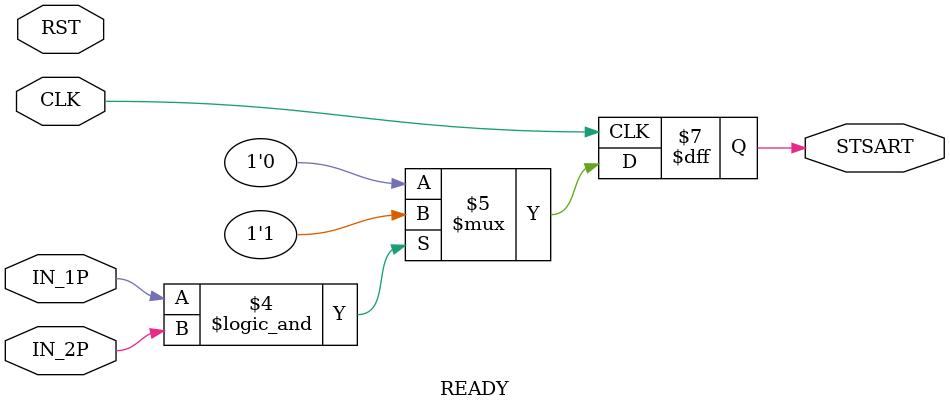
<source format=v>
module READY(
    input CLK,RST,
    input IN_2P,
    input IN_1P,

    output reg STSART
);
 always @(posedge CLK)begin
    STSART <= 0;
    if(IN_1P ==1 && IN_2P ==1)
        STSART <= 1;
     
 end

endmodule
</source>
